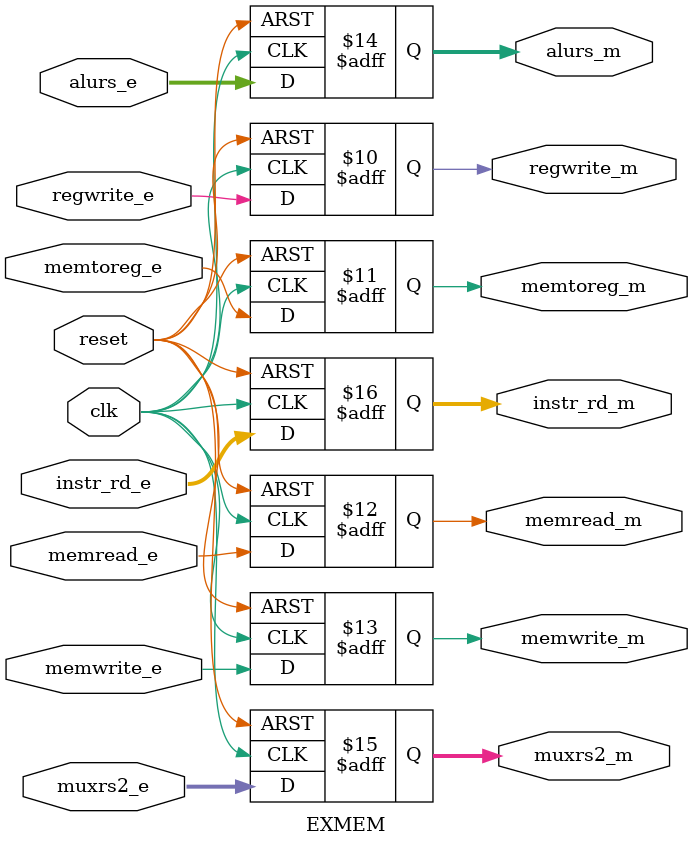
<source format=v>
module EXMEM(
    clk,
    reset,
    regwrite_e,
    memtoreg_e,
    memread_e,
    memwrite_e,
    alurs_e,
    muxrs2_e,
    instr_rd_e,
    regwrite_m,
    memtoreg_m,
    memread_m,
    memwrite_m,
    alurs_m,
    muxrs2_m,
    instr_rd_m
);

input clk;
input reset;
input regwrite_e;
input memtoreg_e;
input memread_e;
input memwrite_e;
input [31:0] alurs_e;
input signed [31:0] muxrs2_e;
input [4:0] instr_rd_e;
output regwrite_m;
output memtoreg_m;
output memread_m;
output memwrite_m;
output [31:0] alurs_m;
output signed [31:0] muxrs2_m;
output [4:0] instr_rd_m;

reg regwrite_m = 1'd0;
reg memtoreg_m = 1'd0;
reg memread_m = 1'd0;
reg memwrite_m = 1'd0;
reg [31:0] alurs_m = 32'd0;
reg signed [31:0] muxrs2_m = 32'd0;
reg [4:0] instr_rd_m = 5'd0;

always @(posedge clk or negedge reset) begin
    if(~reset)
        begin
            regwrite_m <= 1'b0;
            memtoreg_m <= 1'b0;
            memread_m <= 1'b0;
            memwrite_m <= 1'b0;
            alurs_m <= 32'd0;
            muxrs2_m <= 32'd0;
            instr_rd_m <= 5'd0;
        end
    else
        begin
            regwrite_m <= regwrite_e;
            memtoreg_m <= memtoreg_e;
            memread_m <= memread_e;
            memwrite_m <= memwrite_e;
            alurs_m <= alurs_e;
            muxrs2_m <= muxrs2_e;
            instr_rd_m <= instr_rd_e;
        end
end

endmodule
</source>
